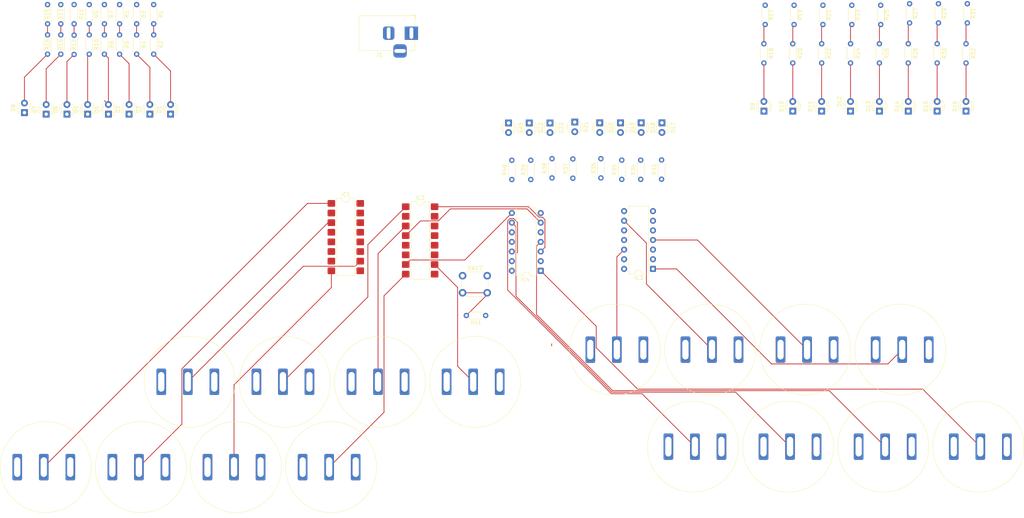
<source format=kicad_pcb>
(kicad_pcb (version 20241229) (generator "pcbnew") (generator_version "9.0")
  (layers (0 "F.Cu" signal) (2 "B.Cu" signal) (13 "F.Paste" user) (15 "B.Paste" user) (5 "F.SilkS" user "F.Silkscreen") (7 "B.SilkS" user "B.Silkscreen") (1 "F.Mask" user) (3 "B.Mask" user) (25 "Edge.Cuts" user))
  (net 0 "")
  (net 1 "GND")
  (net 2 "Net-(D1-A)")
  (net 3 "Net-(D2-A)")
  (net 4 "Net-(D3-A)")
  (net 5 "Net-(D4-A)")
  (net 6 "Net-(D5-A)")
  (net 7 "Net-(D6-A)")
  (net 8 "Net-(D7-A)")
  (net 9 "Net-(D8-A)")
  (net 10 "Net-(D9-A)")
  (net 11 "Net-(D10-A)")
  (net 12 "Net-(D11-A)")
  (net 13 "Net-(D12-A)")
  (net 14 "Net-(D13-A)")
  (net 15 "Net-(D14-A)")
  (net 16 "Net-(D15-A)")
  (net 17 "Net-(D16-A)")
  (net 18 "Net-(D17-A)")
  (net 19 "Net-(D18-A)")
  (net 20 "Net-(D19-A)")
  (net 21 "Net-(D20-A)")
  (net 22 "Net-(D21-A)")
  (net 23 "Net-(D22-A)")
  (net 24 "Net-(D23-A)")
  (net 25 "Net-(D24-A)")
  (net 26 "/A6")
  (net 27 "Net-(IC1-B1)")
  (net 28 "/S4")
  (net 29 "/S5")
  (net 30 "/VCC")
  (net 31 "Net-(IC1-C0)")
  (net 32 "/A5")
  (net 33 "Net-(IC1-B4)")
  (net 35 "/S6")
  (net 36 "Net-(IC1-B2)")
  (net 37 "/S7")
  (net 38 "/A4")
  (net 39 "/A7")
  (net 40 "Net-(IC1-B3)")
  (net 41 "/A3")
  (net 42 "/S2")
  (net 43 "Net-(IC2-B4)")
  (net 44 "Net-(IC2-B1)")
  (net 45 "/A0")
  (net 46 "/A1")
  (net 47 "/S0")
  (net 48 "Net-(IC2-B3)")
  (net 49 "/S1")
  (net 50 "/S3")
  (net 51 "/A2")
  (net 52 "Net-(IC2-B2)")
  (net 53 "/SUB")
  (net 54 "/B5")
  (net 55 "/B7")
  (net 56 "/B6")
  (net 57 "/B4")
  (net 58 "/B3")
  (net 59 "/B1")
  (net 60 "/B2")
  (net 61 "/B0")
  (footprint "Resistor_THT:R_Axial_DIN0204_L3.6mm_D1.6mm_P5.08mm_Horizontal" (layer "F.Cu") (at 163.1 80.78 90)
    (property "Reference" "R37")
    (property "Value" "1k")
  )
  (footprint "Resistor_THT:R_Axial_DIN0204_L3.6mm_D1.6mm_P5.08mm_Horizontal" (layer "F.Cu") (at 48 34.96 -90)
    (property "Reference" "R3")
    (property "Value" "1K")
  )
  (footprint "assignment:ledswitch" (layer "F.Cu") (at 23.5 157 -90)
    (property "Reference" "SW8" (hide yes))
    (property "Value" "SW_SPDT")
  )
  (footprint "Resistor_THT:R_Axial_DIN0204_L3.6mm_D1.6mm_P5.08mm_Horizontal" (layer "F.Cu") (at 213.84 35.14 -90)
    (property "Reference" "R17")
    (property "Value" "1K")
  )
  (footprint "LED_THT:LED_D3.0mm" (layer "F.Cu") (at 259.22 63.08 90)
    (property "Reference" "D15")
    (property "Value" "LED")
  )
  (footprint "LED_THT:LED_D3.0mm" (layer "F.Cu") (at 46.02 63.88 90)
    (property "Reference" "D3")
    (property "Value" "LED")
  )
  (footprint "Resistor_THT:R_Axial_DIN0204_L3.6mm_D1.6mm_P5.08mm_Horizontal" (layer "F.Cu") (at 228.74 45.3 -90)
    (property "Reference" "R22")
    (property "Value" "1K")
  )
  (footprint "Resistor_THT:R_Axial_DIN0204_L3.6mm_D1.6mm_P5.08mm_Horizontal" (layer "F.Cu") (at 244.32 35.14 -90)
    (property "Reference" "R25")
    (property "Value" "1K")
  )
  (footprint "assignment:ledswitch" (layer "F.Cu") (at 136.8 134.5 -90)
    (property "Reference" "SW1" (hide yes))
    (property "Value" "SW_SPDT")
  )
  (footprint "LED_THT:LED_D3.0mm" (layer "F.Cu") (at 266.84 63.08 90)
    (property "Reference" "D16")
    (property "Value" "LED")
  )
  (footprint "LED_THT:LED_D3.0mm" (layer "F.Cu") (at 170.19 66.16 -90)
    (property "Reference" "D20")
    (property "Value" "LED")
  )
  (footprint "Resistor_THT:R_Axial_DIN0204_L3.6mm_D1.6mm_P5.08mm_Horizontal" (layer "F.Cu") (at 52.5 34.96 -90)
    (property "Reference" "R1")
    (property "Value" "1K")
  )
  (footprint "LED_THT:LED_D3.0mm" (layer "F.Cu") (at 186.6 66.16 -90)
    (property "Reference" "D17")
    (property "Value" "LED")
  )
  (footprint "LED_THT:LED_D3.0mm" (layer "F.Cu") (at 18.4 63.48 90)
    (property "Reference" "D8")
    (property "Value" "LED")
  )
  (footprint "Button_Switch_THT:SW_PUSH_6mm" (layer "F.Cu") (at 134 106.5)
    (property "Reference" "SW17")
    (property "Value" "SW_Push")
  )
  (footprint "Package_DIP:DIP-14_W7.62mm" (layer "F.Cu") (at 154.62 105.2 180)
    (property "Reference" "IC4")
    (property "Value" "7486")
  )
  (footprint "Resistor_THT:R_Axial_DIN0204_L3.6mm_D1.6mm_P5.08mm_Horizontal" (layer "F.Cu") (at 157.6 80.7 90)
    (property "Reference" "R38")
    (property "Value" "1k")
  )
  (footprint "LED_THT:LED_D3.0mm" (layer "F.Cu") (at 146.13 66.2 -90)
    (property "Reference" "D24")
    (property "Value" "LED")
  )
  (footprint "assignment:ledswitch" (layer "F.Cu") (at 111.7 134.5 -90)
    (property "Reference" "SW2" (hide yes))
    (property "Value" "SW_SPDT")
  )
  (footprint "Resistor_THT:R_Axial_DIN0204_L3.6mm_D1.6mm_P5.08mm_Horizontal" (layer "F.Cu") (at 181 81.08 90)
    (property "Reference" "R34")
    (property "Value" "1k")
  )
  (footprint "Resistor_THT:R_Axial_DIN0204_L3.6mm_D1.6mm_P5.08mm_Horizontal" (layer "F.Cu") (at 236.7 35.14 -90)
    (property "Reference" "R23")
    (property "Value" "1K")
  )
  (footprint "Package_DIP:SMDIP-16_W7.62mm" (layer "F.Cu") (at 122.81 97.19)
    (property "Reference" "IC2")
    (property "Value" "7483")
  )
  (footprint "Package_DIP:SMDIP-16_W7.62mm" (layer "F.Cu") (at 103.19 96.31)
    (property "Reference" "IC1")
    (property "Value" "7483")
  )
  (footprint "Resistor_THT:R_Axial_DIN0204_L3.6mm_D1.6mm_P5.08mm_Horizontal" (layer "F.Cu") (at 176 81.08 90)
    (property "Reference" "R35")
    (property "Value" "1k")
  )
  (footprint "LED_THT:LED_D3.0mm" (layer "F.Cu") (at 29.61 63.88 90)
    (property "Reference" "D6")
    (property "Value" "LED")
  )
  (footprint "LED_THT:LED_D3.0mm" (layer "F.Cu") (at 51.49 63.88 90)
    (property "Reference" "D2")
    (property "Value" "LED")
  )
  (footprint "Resistor_THT:R_Axial_DIN0204_L3.6mm_D1.6mm_P5.08mm_Horizontal" (layer "F.Cu") (at 140.08 117 180)
    (property "Reference" "R41")
    (property "Value" "R")
  )
  (footprint "assignment:ledswitch" (layer "F.Cu") (at 195.3 151.6 90)
    (property "Reference" "SW9" (hide yes))
    (property "Value" "SW_SPDT")
  )
  (footprint "LED_THT:LED_D3.0mm" (layer "F.Cu") (at 221.12 63.08 90)
    (property "Reference" "D10")
    (property "Value" "LED")
  )
  (footprint "assignment:ledswitch" (layer "F.Cu") (at 48.6 157 -90)
    (property "Reference" "SW7" (hide yes))
    (property "Value" "SW_SPDT")
  )
  (footprint "Resistor_THT:R_Axial_DIN0204_L3.6mm_D1.6mm_P5.08mm_Horizontal" (layer "F.Cu") (at 243.98 45.3 -90)
    (property "Reference" "R26")
    (property "Value" "1K")
  )
  (footprint "Resistor_THT:R_Axial_DIN0204_L3.6mm_D1.6mm_P5.08mm_Horizontal" (layer "F.Cu") (at 221.12 45.3 -90)
    (property "Reference" "R20")
    (property "Value" "1K")
  )
  (footprint "LED_THT:LED_D3.0mm" (layer "F.Cu") (at 35.08 63.88 90)
    (property "Reference" "D5")
    (property "Value" "LED")
  )
  (footprint "LED_THT:LED_D3.0mm" (layer "F.Cu") (at 228.74 63.08 90)
    (property "Reference" "D11")
    (property "Value" "LED")
  )
  (footprint "LED_THT:LED_D3.0mm" (layer "F.Cu") (at 157.07 66.2 -90)
    (property "Reference" "D22")
    (property "Value" "LED")
  )
  (footprint "Resistor_THT:R_Axial_DIN0204_L3.6mm_D1.6mm_P5.08mm_Horizontal" (layer "F.Cu") (at 251.94 34.73 -90)
    (property "Reference" "R27")
    (property "Value" "1K")
  )
  (footprint "Resistor_THT:R_Axial_DIN0204_L3.6mm_D1.6mm_P5.08mm_Horizontal" (layer "F.Cu") (at 213.5 45.3 -90)
    (property "Reference" "R18")
    (property "Value" "1K")
  )
  (footprint "assignment:ledswitch" (layer "F.Cu") (at 250 126 90)
    (property "Reference" "SW16" (hide yes))
    (property "Value" "SW_SPDT")
  )
  (footprint "LED_THT:LED_D3.0mm" (layer "F.Cu") (at 163.6 65.97 -90)
    (property "Reference" "D21")
    (property "Value" "LED")
  )
  (footprint "Resistor_THT:R_Axial_DIN0204_L3.6mm_D1.6mm_P5.08mm_Horizontal" (layer "F.Cu") (at 28 34.96 -90)
    (property "Reference" "R13")
    (property "Value" "1K")
  )
  (footprint "Resistor_THT:R_Axial_DIN0204_L3.6mm_D1.6mm_P5.08mm_Horizontal" (layer "F.Cu") (at 259.22 45.3 -90)
    (property "Reference" "R30")
    (property "Value" "1K")
  )
  (footprint "Resistor_THT:R_Axial_DIN0204_L3.6mm_D1.6mm_P5.08mm_Horizontal" (layer "F.Cu") (at 267.18 34.73 -90)
    (property "Reference" "R31")
    (property "Value" "1K")
  )
  (footprint "Resistor_THT:R_Axial_DIN0204_L3.6mm_D1.6mm_P5.08mm_Horizontal" (layer "F.Cu") (at 259.56 34.73 -90)
    (property "Reference" "R29")
    (property "Value" "1K")
  )
  (footprint "LED_THT:LED_D3.0mm" (layer "F.Cu") (at 151.6 66.2 -90)
    (property "Reference" "D23")
    (property "Value" "LED")
  )
  (footprint "Resistor_THT:R_Axial_DIN0204_L3.6mm_D1.6mm_P5.08mm_Horizontal" (layer "F.Cu") (at 266.84 45.3 -90)
    (property "Reference" "R32")
    (property "Value" "1K")
  )
  (footprint "Resistor_THT:R_Axial_DIN0204_L3.6mm_D1.6mm_P5.08mm_Horizontal" (layer "F.Cu") (at 229.08 35.14 -90)
    (property "Reference" "R21")
    (property "Value" "1K")
  )
  (footprint "LED_THT:LED_D3.0mm" (layer "F.Cu") (at 251.6 63.08 90)
    (property "Reference" "D14")
    (property "Value" "LED")
  )
  (footprint "Resistor_THT:R_Axial_DIN0204_L3.6mm_D1.6mm_P5.08mm_Horizontal" (layer "F.Cu") (at 236.36 45.3 -90)
    (property "Reference" "R24")
    (property "Value" "1K")
  )
  (footprint "assignment:ledswitch" (layer "F.Cu") (at 86.6 134.5 -90)
    (property "Reference" "SW3" (hide yes))
    (property "Value" "SW_SPDT")
  )
  (footprint "Resistor_THT:R_Axial_DIN0204_L3.6mm_D1.6mm_P5.08mm_Horizontal" (layer "F.Cu") (at 170.5 80.7 90)
    (property "Reference" "R36")
    (property "Value" "1k")
  )
  (footprint "Resistor_THT:R_Axial_DIN0204_L3.6mm_D1.6mm_P5.08mm_Horizontal" (layer "F.Cu") (at 221.46 35.14 -90)
    (property "Reference" "R19")
    (property "Value" "1K")
  )
  (footprint "Resistor_THT:R_Axial_DIN0204_L3.6mm_D1.6mm_P5.08mm_Horizontal" (layer "F.Cu") (at 43.5 42.96 -90)
    (property "Reference" "R6")
    (property "Value" "1K")
  )
  (footprint "assignment:ledswitch" (layer "F.Cu") (at 270.6 151.6 90)
    (property "Reference" "SW12" (hide yes))
    (property "Value" "SW_SPDT")
  )
  (footprint "Package_DIP:DIP-14_W7.62mm" (layer "F.Cu") (at 184.24 104.7 180)
    (property "Reference" "IC3")
    (property "Value" "7486")
  )
  (footprint "Connector_BarrelJack:BarrelJack_Horizontal" (layer "F.Cu") (at 120.5 42.5)
    (property "Reference" "J1")
    (property "Value" "Barrel_Jack")
  )
  (footprint "Resistor_THT:R_Axial_DIN0204_L3.6mm_D1.6mm_P5.08mm_Horizontal" (layer "F.Cu") (at 186.5 81.04 90)
    (property "Reference" "R33")
    (property "Value" "1k")
  )
  (footprint "LED_THT:LED_D3.0mm" (layer "F.Cu") (at 243.98 63.08 90)
    (property "Reference" "D13")
    (property "Value" "LED")
  )
  (footprint "Resistor_THT:R_Axial_DIN0204_L3.6mm_D1.6mm_P5.08mm_Horizontal" (layer "F.Cu") (at 24.5 34.96 -90)
    (property "Reference" "R15")
    (property "Value" "1K")
  )
  (footprint "LED_THT:LED_D3.0mm" (layer "F.Cu") (at 40.55 63.88 90)
    (property "Reference" "D4")
    (property "Value" "LED")
  )
  (footprint "assignment:ledswitch" (layer "F.Cu") (at 199.8 126 90)
    (property "Reference" "SW14" (hide yes))
    (property "Value" "SW_SPDT")
  )
  (footprint "Resistor_THT:R_Axial_DIN0204_L3.6mm_D1.6mm_P5.08mm_Horizontal" (layer "F.Cu") (at 152 81.12 90)
    (property "Reference" "R39")
    (property "Value" "1k")
  )
  (footprint "assignment:ledswitch" (layer "F.Cu") (at 224.9 126 90)
    (property "Reference" "SW15" (hide yes))
    (property "Value" "SW_SPDT")
  )
  (footprint "assignment:ledswitch" (layer "F.Cu") (at 73.7 157 -90)
    (property "Reference" "SW6" (hide yes))
    (property "Value" "SW_SPDT")
  )
  (footprint "LED_THT:LED_D3.0mm" (layer "F.Cu") (at 236.36 63.08 90)
    (property "Reference" "D12")
    (property "Value" "LED")
  )
  (footprint "assignment:ledswitch" (layer "F.Cu") (at 245.5 151.6 90)
    (property "Reference" "SW11" (hide yes))
    (property "Value" "SW_SPDT")
  )
  (footprint "Resistor_THT:R_Axial_DIN0204_L3.6mm_D1.6mm_P5.08mm_Horizontal" (layer "F.Cu") (at 35.5 34.96 -90)
    (property "Reference" "R9")
    (property "Value" "1K")
  )
  (footprint "Resistor_THT:R_Axial_DIN0204_L3.6mm_D1.6mm_P5.08mm_Horizontal" (layer "F.Cu") (at 31.5 34.96 -90)
    (property "Reference" "R11")
    (property "Value" "1K")
  )
  (footprint "Resistor_THT:R_Axial_DIN0204_L3.6mm_D1.6mm_P5.08mm_Horizontal" (layer "F.Cu") (at 35.5 42.96 -90)
    (property "Reference" "R10")
    (property "Value" "1K")
  )
  (footprint "Resistor_THT:R_Axial_DIN0204_L3.6mm_D1.6mm_P5.08mm_Horizontal" (layer "F.Cu") (at 24.5 42.96 -90)
    (property "Reference" "R16")
    (property "Value" "1K")
  )
  (footprint "assignment:ledswitch" (layer "F.Cu") (at 61.5 134.5 -90)
    (property "Reference" "SW4" (hide yes))
    (property "Value" "SW_SPDT")
  )
  (footprint "Resistor_THT:R_Axial_DIN0204_L3.6mm_D1.6mm_P5.08mm_Horizontal" (layer "F.Cu") (at 48 42.96 -90)
    (property "Reference" "R4")
    (property "Value" "1K")
  )
  (footprint "Resistor_THT:R_Axial_DIN0204_L3.6mm_D1.6mm_P5.08mm_Horizontal" (layer "F.Cu") (at 31.5 43.04 -90)
    (property "Reference" "R12")
    (property "Value" "1K")
  )
  (footprint "Resistor_THT:R_Axial_DIN0204_L3.6mm_D1.6mm_P5.08mm_Horizontal" (layer "F.Cu") (at 52.5 42.96 -90)
    (property "Reference" "R2")
    (property "Value" "1K")
  )
  (footprint "assignment:ledswitch" (layer "F.Cu") (at 98.8 157 -90)
    (property "Reference" "SW5" (hide yes))
    (property "Value" "SW_SPDT")
  )
  (footprint "LED_THT:LED_D3.0mm" (layer "F.Cu") (at 24.14 63.88 90)
    (property "Reference" "D7")
    (property "Value" "LED")
  )
  (footprint "Resistor_THT:R_Axial_DIN0204_L3.6mm_D1.6mm_P5.08mm_Horizontal" (layer "F.Cu") (at 147 81.12 90)
    (property "Reference" "R40")
    (property "Value" "1k")
  )
  (footprint "Resistor_THT:R_Axial_DIN0204_L3.6mm_D1.6mm_P5.08mm_Horizontal" (layer "F.Cu") (at 28 42.96 -90)
    (property "Reference" "R14")
    (property "Value" "1K")
  )
  (footprint "LED_THT:LED_D3.0mm" (layer "F.Cu") (at 175.66 66.16 -90)
    (property "Reference" "D19")
    (property "Value" "LED")
  )
  (footprint "assignment:ledswitch" (layer "F.Cu") (at 174.7 126 90)
    (property "Reference" "SW13" (hide yes))
    (property "Value" "SW_SPDT")
  )
  (footprint "assignment:ledswitch" (layer "F.Cu") (at 220.4 151.6 90)
    (property "Reference" "SW10" (hide yes))
    (property "Value" "SW_SPDT")
  )
  (footprint "Resistor_THT:R_Axial_DIN0204_L3.6mm_D1.6mm_P5.08mm_Horizontal" (layer "F.Cu") (at 39.5 34.96 -90)
    (property "Reference" "R7")
    (property "Value" "1K")
  )
  (footprint "Resistor_THT:R_Axial_DIN0204_L3.6mm_D1.6mm_P5.08mm_Horizontal" (layer "F.Cu") (at 43.5 34.96 -90)
    (property "Reference" "R5")
    (property "Value" "1K")
  )
  (footprint "Resistor_THT:R_Axial_DIN0204_L3.6mm_D1.6mm_P5.08mm_Horizontal" (layer "F.Cu") (at 39.5 42.96 -90)
    (property "Reference" "R8")
    (property "Value" "1K")
  )
  (footprint "LED_THT:LED_D3.0mm" (layer "F.Cu") (at 181.13 66.16 -90)
    (property "Reference" "D18")
    (property "Value" "LED")
  )
  (footprint "LED_THT:LED_D3.0mm" (layer "F.Cu") (at 213.5 63.08 90)
    (property "Reference" "D9")
    (property "Value" "LED")
  )
  (footprint "Resistor_THT:R_Axial_DIN0204_L3.6mm_D1.6mm_P5.08mm_Horizontal" (layer "F.Cu") (at 251.6 45.3 -90)
    (property "Reference" "R28")
    (property "Value" "1K")
  )
  (footprint "LED_THT:LED_D3.0mm" (layer "F.Cu") (at 56.96 63.88 90)
    (property "Reference" "D1")
    (property "Value" "LED")
  )
  (segment (start 52.5 48.04) (end 56.96 52.5) (width 0.2) (layer "F.Cu") (net 2))
  (segment (start 56.96 52.5) (end 56.96 61.34) (width 0.2) (layer "F.Cu") (net 2))
  (segment (start 51.49 51.53) (end 48 48.04) (width 0.2) (layer "F.Cu") (net 3))
  (segment (start 51.49 61.34) (end 51.49 51.53) (width 0.2) (layer "F.Cu") (net 3))
  (segment (start 46.02 50.56) (end 43.5 48.04) (width 0.2) (layer "F.Cu") (net 4))
  (segment (start 46.02 61.34) (end 46.02 50.56) (width 0.2) (layer "F.Cu") (net 4))
  (segment (start 40.55 49.09) (end 39.5 48.04) (width 0.2) (layer "F.Cu") (net 5))
  (segment (start 39.5 60.29) (end 40.55 61.34) (width 0.2) (layer "F.Cu") (net 5))
  (segment (start 40.55 61.34) (end 40.55 49.09) (width 0.2) (layer "F.Cu") (net 5))
  (segment (start 35.08 48.46) (end 35.5 48.04) (width 0.2) (layer "F.Cu") (net 6))
  (segment (start 35.08 61.34) (end 35.08 48.46) (width 0.2) (layer "F.Cu") (net 6))
  (segment (start 35.5 60.92) (end 35.08 61.34) (width 0.2) (layer "F.Cu") (net 6))
  (segment (start 29.61 50.01) (end 31.5 48.12) (width 0.2) (layer "F.Cu") (net 7))
  (segment (start 29.61 61.34) (end 29.61 50.01) (width 0.2) (layer "F.Cu") (net 7))
  (segment (start 24.14 51.9) (end 24.14 61.34) (width 0.2) (layer "F.Cu") (net 8))
  (segment (start 28 48.04) (end 24.14 51.9) (width 0.2) (layer "F.Cu") (net 8))
  (segment (start 24.5 48.04) (end 18.4 54.14) (width 0.2) (layer "F.Cu") (net 9))
  (segment (start 18.4 54.14) (end 18.4 60.94) (width 0.2) (layer "F.Cu") (net 9))
  (segment (start 213.5 60.82) (end 213.5 50.66) (width 0.2) (layer "F.Cu") (net 10))
  (segment (start 221.12 60.82) (end 221.12 50.66) (width 0.2) (layer "F.Cu") (net 11))
  (segment (start 228.74 60.82) (end 228.74 50.66) (width 0.2) (layer "F.Cu") (net 12))
  (segment (start 236.36 60.82) (end 236.36 50.66) (width 0.2) (layer "F.Cu") (net 13))
  (segment (start 243.98 60.82) (end 243.98 50.66) (width 0.2) (layer "F.Cu") (net 14))
  (segment (start 251.6 60.82) (end 251.6 50.66) (width 0.2) (layer "F.Cu") (net 15))
  (segment (start 259.22 60.82) (end 259.22 50.66) (width 0.2) (layer "F.Cu") (net 16))
  (segment (start 266.84 50.66) (end 266.84 60.82) (width 0.2) (layer "F.Cu") (net 17))
  (segment (start 28 42.96) (end 28 40.04) (width 0.2) (layer "F.Cu") (net 26))
  (segment (start 59.929 131.071) (end 98.5 92.5) (width 0.2) (layer "F.Cu") (net 26))
  (segment (start 98.5 92.5) (end 99.38 92.5) (width 0.2) (layer "F.Cu") (net 26))
  (segment (start 48.6 157) (end 59.929 145.671) (width 0.2) (layer "F.Cu") (net 26))
  (segment (start 59.929 145.671) (end 59.929 131.071) (width 0.2) (layer "F.Cu") (net 26))
  (segment (start 73.7 135.3) (end 99.38 109.62) (width 0.2) (layer "F.Cu") (net 32))
  (segment (start 31.5 43.04) (end 31.5 40.04) (width 0.2) (layer "F.Cu") (net 32))
  (segment (start 73.7 157) (end 73.7 135.3) (width 0.2) (layer "F.Cu") (net 32))
  (segment (start 99.38 109.62) (end 99.38 105.2) (width 0.2) (layer "F.Cu") (net 32))
  (segment (start 105.651 104.009) (end 107 102.66) (width 0.2) (layer "F.Cu") (net 38))
  (segment (start 61.5 134.5) (end 91.991 104.009) (width 0.2) (layer "F.Cu") (net 38))
  (segment (start 35.5 42.96) (end 35.5 40.04) (width 0.2) (layer "F.Cu") (net 38))
  (segment (start 91.991 104.009) (end 105.651 104.009) (width 0.2) (layer "F.Cu") (net 38))
  (segment (start 24.5 42.96) (end 24.5 40.04) (width 0.2) (layer "F.Cu") (net 39))
  (segment (start 93.08 87.42) (end 99.38 87.42) (width 0.2) (layer "F.Cu") (net 39))
  (segment (start 23.5 157) (end 93.08 87.42) (width 0.2) (layer "F.Cu") (net 39))
  (segment (start 109 112.1) (end 109 98.3) (width 0.2) (layer "F.Cu") (net 41))
  (segment (start 86.6 134.5) (end 109 112.1) (width 0.2) (layer "F.Cu") (net 41))
  (segment (start 39.5 42.96) (end 39.5 40.04) (width 0.2) (layer "F.Cu") (net 41))
  (segment (start 109 98.3) (end 119 88.3) (width 0.2) (layer "F.Cu") (net 41))
  (segment (start 155.07605 91.061) (end 154.16395 91.061) (width 0.2) (layer "F.Cu") (net 43))
  (segment (start 151.40295 88.3) (end 126.62 88.3) (width 0.2) (layer "F.Cu") (net 43))
  (segment (start 155.721 91.70595) (end 155.07605 91.061) (width 0.2) (layer "F.Cu") (net 43))
  (segment (start 154.16395 91.061) (end 151.40295 88.3) (width 0.2) (layer "F.Cu") (net 43))
  (segment (start 155.721 99.019) (end 155.721 91.70595) (width 0.2) (layer "F.Cu") (net 43))
  (segment (start 154.62 100.12) (end 155.721 99.019) (width 0.2) (layer "F.Cu") (net 43))
  (segment (start 136.8 134.5) (end 132.699 130.399) (width 0.2) (layer "F.Cu") (net 45))
  (segment (start 132.699 109.619) (end 126.62 103.54) (width 0.2) (layer "F.Cu") (net 45))
  (segment (start 52.5 42.96) (end 52.5 40.04) (width 0.2) (layer "F.Cu") (net 45))
  (segment (start 132.699 130.399) (end 132.699 109.619) (width 0.2) (layer "F.Cu") (net 45))
  (segment (start 98.8 157) (end 113.271 142.529) (width 0.2) (layer "F.Cu") (net 46))
  (segment (start 113.271 142.529) (end 113.271 111.809) (width 0.2) (layer "F.Cu") (net 46))
  (segment (start 48 42.96) (end 48 40.04) (width 0.2) (layer "F.Cu") (net 46))
  (segment (start 113.271 111.809) (end 119 106.08) (width 0.2) (layer "F.Cu") (net 46))
  (segment (start 130.77716 88.859) (end 127.60516 92.031) (width 0.2) (layer "F.Cu") (net 48))
  (segment (start 154.62 92.5) (end 150.979 88.859) (width 0.2) (layer "F.Cu") (net 48))
  (segment (start 122.889 92.031) (end 119 95.92) (width 0.2) (layer "F.Cu") (net 48))
  (segment (start 127.60516 92.031) (end 122.889 92.031) (width 0.2) (layer "F.Cu") (net 48))
  (segment (start 150.979 88.859) (end 130.77716 88.859) (width 0.2) (layer "F.Cu") (net 48))
  (segment (start 111.7 134.5) (end 111.7 100.68) (width 0.2) (layer "F.Cu") (net 51))
  (segment (start 111.7 100.68) (end 119 93.38) (width 0.2) (layer "F.Cu") (net 51))
  (segment (start 43.5 42.96) (end 43.5 40.04) (width 0.2) (layer "F.Cu") (net 51))
  (segment (start 147 89.96) (end 134.611 102.349) (width 0.2) (layer "F.Cu") (net 52))
  (segment (start 134.611 102.349) (end 120.191 102.349) (width 0.2) (layer "F.Cu") (net 52))
  (segment (start 120.191 102.349) (end 119 103.54) (width 0.2) (layer "F.Cu") (net 52))
  (segment (start 135 117) (end 140.5 111.5) (width 0.2) (layer "F.Cu") (net 53))
  (segment (start 157.5 125) (end 157.5 124.5) (width 0.2) (layer "F.Cu") (net 53))
  (segment (start 140.5 111) (end 134 111) (width 0.2) (layer "F.Cu") (net 53))
  (segment (start 182.5 97.88) (end 176.62 92) (width 0.2) (layer "F.Cu") (net 54))
  (segment (start 182.5 108.7) (end 182.5 97.88) (width 0.2) (layer "F.Cu") (net 54))
  (segment (start 251.6 45.58) (end 251.6 40.09) (width 0.2) (layer "F.Cu") (net 54))
  (segment (start 199.8 126) (end 182.5 108.7) (width 0.2) (layer "F.Cu") (net 54))
  (segment (start 246.224 129.776) (end 215.523494 129.776) (width 0.2) (layer "F.Cu") (net 55))
  (segment (start 190.447494 104.7) (end 184.24 104.7) (width 0.2) (layer "F.Cu") (net 55))
  (segment (start 266.84 45.58) (end 266.84 40.09) (width 0.2) (layer "F.Cu") (net 55))
  (segment (start 250 126) (end 246.224 129.776) (width 0.2) (layer "F.Cu") (net 55))
  (segment (start 215.523494 129.776) (end 190.447494 104.7) (width 0.2) (layer "F.Cu") (net 55))
  (segment (start 259.22 45.58) (end 259.22 40.09) (width 0.2) (layer "F.Cu") (net 56))
  (segment (start 224.9 126) (end 195.98 97.08) (width 0.2) (layer "F.Cu") (net 56))
  (segment (start 195.98 97.08) (end 184.24 97.08) (width 0.2) (layer "F.Cu") (net 56))
  (segment (start 174.7 101.54) (end 176.62 99.62) (width 0.2) (layer "F.Cu") (net 57))
  (segment (start 243.98 45.58) (end 243.98 40.5) (width 0.2) (layer "F.Cu") (net 57))
  (segment (start 174.7 126) (end 174.7 101.54) (width 0.2) (layer "F.Cu") (net 57))
  (segment (start 180.181506 136.429) (end 169.271 125.518494) (width 0.2) (layer "F.Cu") (net 58))
  (segment (start 255.429 136.429) (end 180.181506 136.429) (width 0.2) (layer "F.Cu") (net 58))
  (segment (start 270.6 151.6) (end 255.429 136.429) (width 0.2) (layer "F.Cu") (net 58))
  (segment (start 169.271 125.518494) (end 169.271 119.851) (width 0.2) (layer "F.Cu") (net 58))
  (segment (start 236.36 45.58) (end 236.36 40.5) (width 0.2) (layer "F.Cu") (net 58))
  (segment (start 169.271 119.851) (end 154.62 105.2) (width 0.2) (layer "F.Cu") (net 58))
  (segment (start 173.416406 137.231) (end 148.101 111.915594) (width 0.2) (layer "F.Cu") (net 59))
  (segment (start 148.101 111.915594) (end 148.101 93.601) (width 0.2) (layer "F.Cu") (net 59))
  (segment (start 148.101 93.601) (end 147 92.5) (width 0.2) (layer "F.Cu") (net 59))
  (segment (start 206.031 137.231) (end 173.416406 137.231) (width 0.2) (layer "F.Cu") (net 59))
  (segment (start 220.4 151.6) (end 206.031 137.231) (width 0.2) (layer "F.Cu") (net 59))
  (segment (start 221.12 45.58) (end 221.12 40.5) (width 0.2) (layer "F.Cu") (net 59))
  (segment (start 173.582506 136.83) (end 153.519 116.766494) (width 0.2) (layer "F.Cu") (net 60))
  (segment (start 228.74 45.58) (end 228.74 40.5) (width 0.2) (layer "F.Cu") (net 60))
  (segment (start 245.5 151.6) (end 230.73 136.83) (width 0.2) (layer "F.Cu") (net 60))
  (segment (start 153.519 116.766494) (end 153.519 98.681) (width 0.2) (layer "F.Cu") (net 60))
  (segment (start 153.519 98.681) (end 154.62 97.58) (width 0.2) (layer "F.Cu") (net 60))
  (segment (start 230.73 136.83) (end 173.582506 136.83) (width 0.2) (layer "F.Cu") (net 60))
  (segment (start 173.250306 137.632) (end 145.899 110.280694) (width 0.2) (layer "F.Cu") (net 61))
  (segment (start 145.899 92.04395) (end 146.54395 91.399) (width 0.2) (layer "F.Cu") (net 61))
  (segment (start 148.502 92.44495) (end 148.502 100.5) (width 0.2) (layer "F.Cu") (net 61))
  (segment (start 181.332 137.632) (end 173.250306 137.632) (width 0.2) (layer "F.Cu") (net 61))
  (segment (start 147.45605 91.399) (end 148.502 92.44495) (width 0.2) (layer "F.Cu") (net 61))
  (segment (start 195.3 151.6) (end 181.332 137.632) (width 0.2) (layer "F.Cu") (net 61))
  (segment (start 145.899 110.280694) (end 145.899 92.04395) (width 0.2) (layer "F.Cu") (net 61))
  (segment (start 213.5 45.58) (end 213.5 40.5) (width 0.2) (layer "F.Cu") (net 61))
  (segment (start 146.54395 91.399) (end 147.45605 91.399) (width 0.2) (layer "F.Cu") (net 61))
)
</source>
